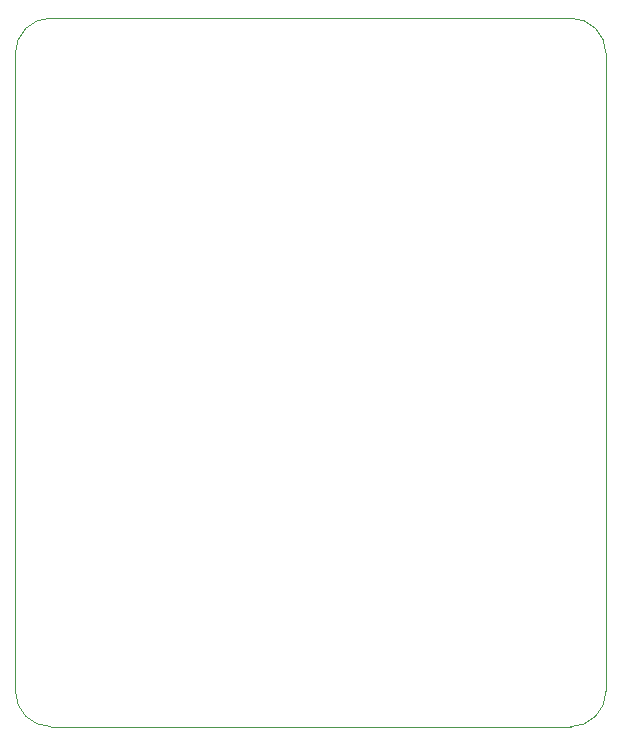
<source format=gbr>
%TF.GenerationSoftware,KiCad,Pcbnew,7.0.5*%
%TF.CreationDate,2023-08-09T22:54:18+08:00*%
%TF.ProjectId,taiko_vibrator,7461696b-6f5f-4766-9962-7261746f722e,rev?*%
%TF.SameCoordinates,PX4524320PY42c1d80*%
%TF.FileFunction,Profile,NP*%
%FSLAX46Y46*%
G04 Gerber Fmt 4.6, Leading zero omitted, Abs format (unit mm)*
G04 Created by KiCad (PCBNEW 7.0.5) date 2023-08-09 22:54:18*
%MOMM*%
%LPD*%
G01*
G04 APERTURE LIST*
%TA.AperFunction,Profile*%
%ADD10C,0.100000*%
%TD*%
G04 APERTURE END LIST*
D10*
X22000000Y-30000000D02*
G75*
G03*
X25000000Y-27000000I0J3000000D01*
G01*
X-25000000Y-27000000D02*
X-25000000Y27000000D01*
X25000000Y27000000D02*
G75*
G03*
X22000000Y30000000I-3000000J0D01*
G01*
X22000000Y-30000000D02*
X-22000000Y-30000000D01*
X-22000000Y30000000D02*
G75*
G03*
X-25000000Y27000000I0J-3000000D01*
G01*
X-25000000Y-27000000D02*
G75*
G03*
X-22000000Y-30000000I3000000J0D01*
G01*
X-22000000Y30000000D02*
X22000000Y30000000D01*
X25000000Y27000000D02*
X25000000Y-27000000D01*
M02*

</source>
